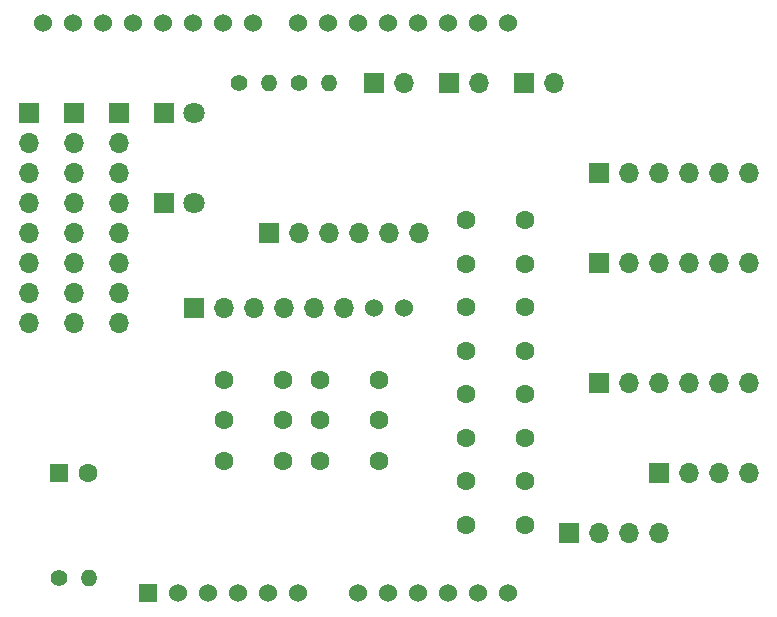
<source format=gbr>
G04 #@! TF.GenerationSoftware,KiCad,Pcbnew,(5.1.5-0-10_14)*
G04 #@! TF.CreationDate,2020-03-24T07:52:12+10:00*
G04 #@! TF.ProjectId,Arduino_NW_Template,41726475-696e-46f5-9f4e-575f54656d70,rev?*
G04 #@! TF.SameCoordinates,Original*
G04 #@! TF.FileFunction,Soldermask,Top*
G04 #@! TF.FilePolarity,Negative*
%FSLAX46Y46*%
G04 Gerber Fmt 4.6, Leading zero omitted, Abs format (unit mm)*
G04 Created by KiCad (PCBNEW (5.1.5-0-10_14)) date 2020-03-24 07:52:12*
%MOMM*%
%LPD*%
G04 APERTURE LIST*
%ADD10C,1.400000*%
%ADD11O,1.400000X1.400000*%
%ADD12R,1.700000X1.700000*%
%ADD13O,1.700000X1.700000*%
%ADD14C,1.524000*%
%ADD15C,1.800000*%
%ADD16R,1.800000X1.800000*%
%ADD17C,1.600000*%
%ADD18R,1.600000X1.600000*%
%ADD19R,1.524000X1.524000*%
G04 APERTURE END LIST*
D10*
X123810000Y-70866000D03*
D11*
X126350000Y-70866000D03*
D10*
X118730000Y-70866000D03*
D11*
X121270000Y-70866000D03*
D12*
X149210000Y-96266000D03*
D13*
X151750000Y-96266000D03*
X154290000Y-96266000D03*
X156830000Y-96266000D03*
X159370000Y-96266000D03*
X161910000Y-96266000D03*
D12*
X149210000Y-86106000D03*
D13*
X151750000Y-86106000D03*
X154290000Y-86106000D03*
X156830000Y-86106000D03*
X159370000Y-86106000D03*
X161910000Y-86106000D03*
X161910000Y-103886000D03*
X159370000Y-103886000D03*
X156830000Y-103886000D03*
D12*
X154290000Y-103886000D03*
D14*
X132700000Y-89916000D03*
X130160000Y-89916000D03*
D12*
X114920000Y-89916000D03*
D13*
X117460000Y-89916000D03*
X120000000Y-89916000D03*
X122540000Y-89916000D03*
X125080000Y-89916000D03*
X127620000Y-89916000D03*
X154290000Y-108966000D03*
X151750000Y-108966000D03*
X149210000Y-108966000D03*
D12*
X146670000Y-108966000D03*
D13*
X108570000Y-91186000D03*
X108570000Y-88646000D03*
X108570000Y-86106000D03*
X108570000Y-83566000D03*
X108570000Y-81026000D03*
X108570000Y-78486000D03*
X108570000Y-75946000D03*
D12*
X108570000Y-73406000D03*
D13*
X104760000Y-91186000D03*
X104760000Y-88646000D03*
X104760000Y-86106000D03*
X104760000Y-83566000D03*
X104760000Y-81026000D03*
X104760000Y-78486000D03*
X104760000Y-75946000D03*
D12*
X104760000Y-73406000D03*
D13*
X100950000Y-91186000D03*
X100950000Y-88646000D03*
X100950000Y-86106000D03*
X100950000Y-83566000D03*
X100950000Y-81026000D03*
X100950000Y-78486000D03*
X100950000Y-75946000D03*
D12*
X100950000Y-73406000D03*
X121270000Y-83566000D03*
D13*
X123810000Y-83566000D03*
X126350000Y-83566000D03*
X128890000Y-83566000D03*
X131430000Y-83566000D03*
X133970000Y-83566000D03*
X139050000Y-70866000D03*
D12*
X136510000Y-70866000D03*
D13*
X132700000Y-70866000D03*
D12*
X130160000Y-70866000D03*
D13*
X145400000Y-70866000D03*
D12*
X142860000Y-70866000D03*
D15*
X114920000Y-81026000D03*
D16*
X112380000Y-81026000D03*
D15*
X114920000Y-73406000D03*
D16*
X112380000Y-73406000D03*
D17*
X143020000Y-97188900D03*
X138020000Y-97188900D03*
X143020000Y-108246000D03*
X138020000Y-108246000D03*
X143020000Y-104560000D03*
X138020000Y-104560000D03*
X143020000Y-93503100D03*
X138020000Y-93503100D03*
X143020000Y-89817400D03*
X138020000Y-89817400D03*
X143020000Y-86131700D03*
X138020000Y-86131700D03*
X143020000Y-100875000D03*
X138020000Y-100875000D03*
X143020000Y-82446000D03*
X138020000Y-82446000D03*
X130610000Y-102856000D03*
X125610000Y-102856000D03*
X130610000Y-99406000D03*
X125610000Y-99406000D03*
X130610000Y-95956000D03*
X125610000Y-95956000D03*
X122460000Y-102856000D03*
X117460000Y-102856000D03*
X122460000Y-99406000D03*
X117460000Y-99406000D03*
X122460000Y-95956000D03*
X117460000Y-95956000D03*
D12*
X149210000Y-78486000D03*
D13*
X151750000Y-78486000D03*
X154290000Y-78486000D03*
X156830000Y-78486000D03*
X159370000Y-78486000D03*
X161910000Y-78486000D03*
D10*
X103490000Y-112776000D03*
D11*
X106030000Y-112776000D03*
D18*
X103490000Y-103886000D03*
D17*
X105990000Y-103886000D03*
D14*
X102177000Y-65782000D03*
X104717000Y-65782000D03*
X107257000Y-65782000D03*
X109797000Y-65782000D03*
X112337000Y-65782000D03*
X114877000Y-65782000D03*
X117417000Y-65782000D03*
X119957000Y-65782000D03*
X123767000Y-65782000D03*
X126307000Y-65782000D03*
X128847000Y-65782000D03*
X131387000Y-65782000D03*
X133927000Y-65782000D03*
X136467000Y-65782000D03*
X139007000Y-65782000D03*
X141547000Y-65782000D03*
X141547000Y-114042000D03*
X139007000Y-114042000D03*
X136467000Y-114042000D03*
X133927000Y-114042000D03*
X131387000Y-114042000D03*
X128847000Y-114042000D03*
X123767000Y-114042000D03*
X121227000Y-114042000D03*
X118687000Y-114042000D03*
X116147000Y-114042000D03*
X113607000Y-114042000D03*
D19*
X111067000Y-114042000D03*
M02*

</source>
